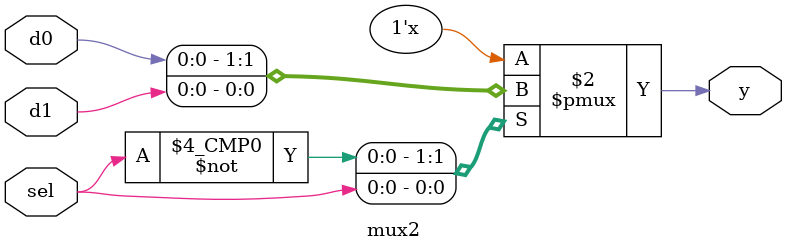
<source format=v>
module mux2(d0, d1, sel, y); //1bit mux2
	input d0, d1;
	input sel;
	output reg y;
	
	always @(sel, d0, d1)
		case (sel)
		1'b0 : y = d0;
		1'b1 : y = d1;
		default y = 1'bx;
		endcase
		
endmodule 
</source>
